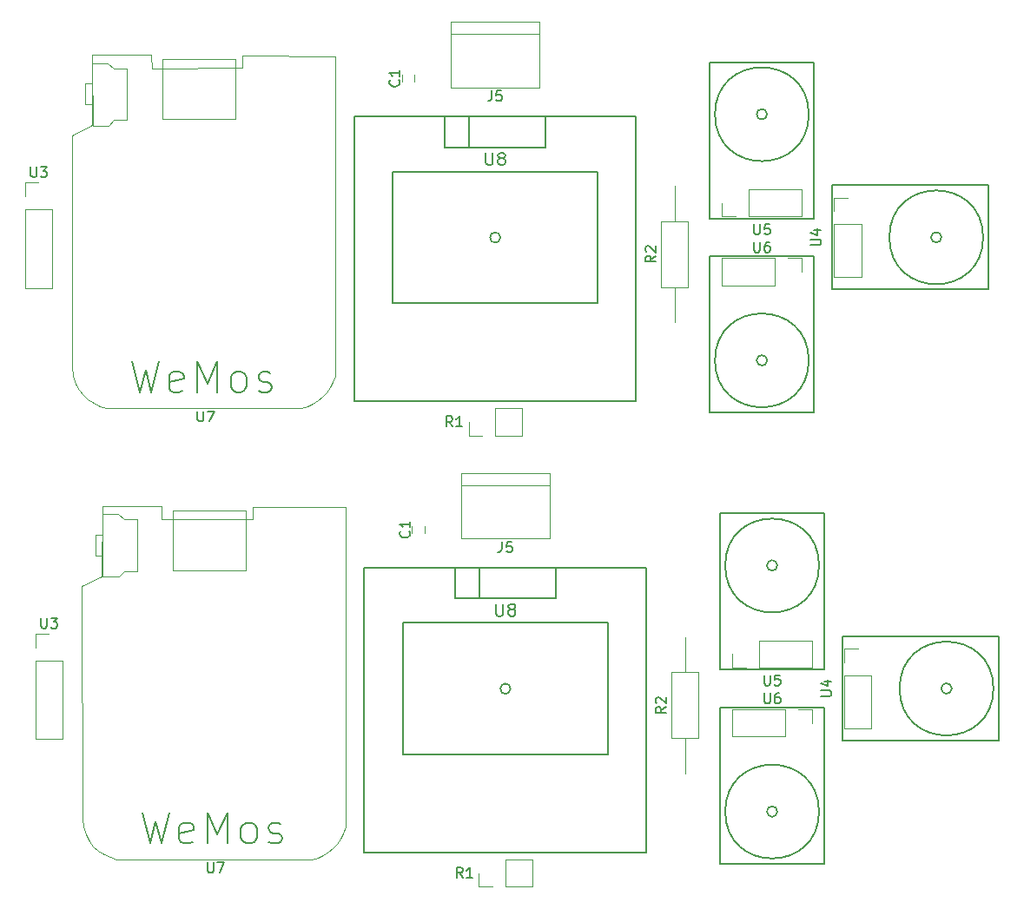
<source format=gto>
%MOIN*%
%OFA0B0*%
%FSLAX46Y46*%
%IPPOS*%
%LPD*%
%ADD10C,0.0039370078740157488*%
%ADD11C,0.0047244094488188976*%
%ADD12C,0.005905511811023622*%
%ADD23C,0.0039370078740157488*%
%ADD24C,0.0047244094488188976*%
%ADD25C,0.005905511811023622*%
%LPD*%
G01*
D10*
D11*
X0001570866Y0003194881D02*
X0001570866Y0003222440D01*
X0001618110Y0003222440D02*
X0001618110Y0003194881D01*
X0002100393Y0003426377D02*
X0001757874Y0003426377D01*
X0002100393Y0003174015D02*
X0001757874Y0003174015D01*
X0001757874Y0003174015D02*
X0001757874Y0003426377D01*
X0001757874Y0003377952D02*
X0002100393Y0003377952D01*
X0002100393Y0003426377D02*
X0002100393Y0003174015D01*
X0002032283Y0001837401D02*
X0002032283Y0001942125D01*
X0001929921Y0001837401D02*
X0002032283Y0001837401D01*
X0001929921Y0001942125D02*
X0002032283Y0001942125D01*
X0001929921Y0001837401D02*
X0001929921Y0001942125D01*
X0001879921Y0001837401D02*
X0001827559Y0001837401D01*
X0001827559Y0001837401D02*
X0001827559Y0001889763D01*
X0002566535Y0002407874D02*
X0002669685Y0002407874D01*
X0002669685Y0002407874D02*
X0002669685Y0002660629D01*
X0002669685Y0002660629D02*
X0002566535Y0002660629D01*
X0002566535Y0002660629D02*
X0002566535Y0002407874D01*
X0002618110Y0002272834D02*
X0002618110Y0002407874D01*
X0002618110Y0002795669D02*
X0002618110Y0002660629D01*
X0000124803Y0002403543D02*
X0000229527Y0002403543D01*
X0000124803Y0002705905D02*
X0000124803Y0002403543D01*
X0000229527Y0002705905D02*
X0000229527Y0002403543D01*
X0000124803Y0002705905D02*
X0000229527Y0002705905D01*
X0000124803Y0002755905D02*
X0000124803Y0002808267D01*
X0000124803Y0002808267D02*
X0000177165Y0002808267D01*
D12*
X0003642047Y0002598425D02*
G75*
G03X0003642047Y0002598425I-0000020000D01*
G01*
X0003802047Y0002598425D02*
G75*
G03X0003802047Y0002598425I-0000180000D01*
G01*
X0003222047Y0002598425D02*
X0003222047Y0002398425D01*
X0003222047Y0002398425D02*
X0003822047Y0002398425D01*
X0003822047Y0002398425D02*
X0003822047Y0002798425D01*
X0003822047Y0002798425D02*
X0003222047Y0002798425D01*
X0003222047Y0002598425D02*
X0003222047Y0002798425D01*
D11*
X0003229685Y0002446062D02*
X0003334409Y0002446062D01*
X0003229685Y0002648425D02*
X0003229685Y0002446062D01*
X0003334409Y0002648425D02*
X0003334409Y0002446062D01*
X0003229685Y0002648425D02*
X0003334409Y0002648425D01*
X0003229685Y0002698425D02*
X0003229685Y0002750787D01*
X0003229685Y0002750787D02*
X0003282047Y0002750787D01*
D12*
X0002972755Y0003070866D02*
G75*
G03X0002972755Y0003070866I-0000020000D01*
G01*
X0003132755Y0003070866D02*
G75*
G03X0003132755Y0003070866I-0000180000D01*
G01*
X0002952755Y0002670866D02*
X0003152755Y0002670866D01*
X0003152755Y0002670866D02*
X0003152755Y0003270866D01*
X0003152755Y0003270866D02*
X0002752755Y0003270866D01*
X0002752755Y0003270866D02*
X0002752755Y0002670866D01*
X0002952755Y0002670866D02*
X0002752755Y0002670866D01*
D11*
X0003105118Y0002678503D02*
X0003105118Y0002783228D01*
X0002902755Y0002678503D02*
X0003105118Y0002678503D01*
X0002902755Y0002783228D02*
X0003105118Y0002783228D01*
X0002902755Y0002678503D02*
X0002902755Y0002783228D01*
X0002852755Y0002678503D02*
X0002800393Y0002678503D01*
X0002800393Y0002678503D02*
X0002800393Y0002730866D01*
D12*
X0002972755Y0002125984D02*
G75*
G03X0002972755Y0002125984I-0000020000D01*
G01*
X0003132755Y0002125984D02*
G75*
G03X0003132755Y0002125984I-0000180000D01*
G01*
X0002952755Y0002525984D02*
X0002752755Y0002525984D01*
X0002752755Y0002525984D02*
X0002752755Y0001925984D01*
X0002752755Y0001925984D02*
X0003152755Y0001925984D01*
X0003152755Y0001925984D02*
X0003152755Y0002525984D01*
X0002952755Y0002525984D02*
X0003152755Y0002525984D01*
D11*
X0002800393Y0002518346D02*
X0002800393Y0002413622D01*
X0003002755Y0002518346D02*
X0002800393Y0002518346D01*
X0003002755Y0002413622D02*
X0002800393Y0002413622D01*
X0003002755Y0002518346D02*
X0003002755Y0002413622D01*
X0003052755Y0002518346D02*
X0003105118Y0002518346D01*
X0003105118Y0002518346D02*
X0003105118Y0002465984D01*
D10*
X0000381201Y0003298316D02*
X0000609992Y0003298316D01*
X0000609992Y0003298316D02*
X0000611029Y0003247787D01*
X0000611029Y0003247787D02*
X0000958715Y0003248050D01*
X0000958715Y0003248050D02*
X0000958637Y0003295383D01*
X0000958637Y0003295383D02*
X0001316149Y0003294356D01*
X0001316149Y0003294356D02*
X0001315598Y0002067185D01*
X0001315598Y0002067185D02*
X0001306432Y0002043453D01*
X0001306432Y0002043453D02*
X0001295271Y0002022001D01*
X0001295271Y0002022001D02*
X0001282096Y0002002851D01*
X0001282096Y0002002851D02*
X0001266887Y0001986025D01*
X0001266887Y0001986025D02*
X0001249626Y0001971545D01*
X0001249626Y0001971545D02*
X0001230292Y0001959433D01*
X0001230292Y0001959433D02*
X0001208868Y0001949712D01*
X0001208868Y0001949712D02*
X0001185332Y0001942402D01*
X0001185332Y0001942402D02*
X0000435808Y0001941270D01*
X0000435808Y0001941270D02*
X0000411424Y0001950482D01*
X0000411424Y0001950482D02*
X0000388267Y0001961682D01*
X0000388267Y0001961682D02*
X0000366872Y0001975443D01*
X0000366872Y0001975443D02*
X0000347775Y0001992336D01*
X0000347775Y0001992336D02*
X0000331512Y0002012934D01*
X0000331512Y0002012934D02*
X0000318617Y0002037810D01*
X0000318617Y0002037810D02*
X0000309626Y0002067536D01*
X0000309626Y0002067536D02*
X0000305075Y0002102684D01*
X0000305075Y0002102684D02*
X0000304093Y0002990680D01*
X0000304093Y0002990680D02*
X0000380611Y0003028511D01*
X0000380611Y0003028511D02*
X0000381784Y0003296556D01*
X0000932269Y0003053206D02*
X0000651183Y0003053206D01*
X0000651183Y0003053206D02*
X0000651183Y0003282094D01*
X0000651183Y0003282094D02*
X0000932269Y0003282094D01*
X0000932269Y0003282094D02*
X0000932269Y0003053206D01*
X0000384110Y0003027651D02*
X0000445221Y0003027651D01*
X0000445221Y0003027651D02*
X0000466054Y0003048484D01*
X0000466054Y0003048484D02*
X0000515360Y0003048484D01*
X0000515360Y0003048484D02*
X0000515360Y0003247790D01*
X0000515360Y0003247790D02*
X0000464665Y0003247790D01*
X0000464665Y0003247790D02*
X0000443832Y0003267234D01*
X0000443832Y0003267234D02*
X0000382026Y0003267234D01*
X0000382026Y0003267234D02*
X0000384110Y0003027651D01*
X0000382721Y0003109595D02*
X0000357026Y0003109595D01*
X0000357026Y0003109595D02*
X0000357026Y0003188068D01*
X0000357026Y0003188068D02*
X0000381332Y0003188068D01*
D12*
X0002322834Y0002851062D02*
X0002322834Y0002344606D01*
X0001535433Y0002851062D02*
X0001535433Y0002344606D01*
X0001948818Y0002597834D02*
G75*
G03X0001948818Y0002597834I-0000019685D01*
G01*
X0001535433Y0002344606D02*
X0002322834Y0002344606D01*
X0001535433Y0002851062D02*
X0002322834Y0002851062D01*
X0002109133Y0003063425D02*
X0001929133Y0003063425D01*
X0001929133Y0003063425D02*
X0001387795Y0003063425D01*
X0001387795Y0003063425D02*
X0001387795Y0001967992D01*
X0001387795Y0001967992D02*
X0002470472Y0001967992D01*
X0002470472Y0001967992D02*
X0002470472Y0003063425D01*
X0002470472Y0003063425D02*
X0002109133Y0003063425D01*
X0001735826Y0003062480D02*
X0002122440Y0003062480D01*
X0002122440Y0003062480D02*
X0002122440Y0002944370D01*
X0002122440Y0002944370D02*
X0001735826Y0002944370D01*
X0001735826Y0002944370D02*
X0001735826Y0003062480D01*
X0001829133Y0003062480D02*
X0001829133Y0002944370D01*
X0001559336Y0003202099D02*
X0001561211Y0003200225D01*
X0001563085Y0003194600D01*
X0001563085Y0003190851D01*
X0001561211Y0003185226D01*
X0001557461Y0003181477D01*
X0001553712Y0003179602D01*
X0001546212Y0003177727D01*
X0001540588Y0003177727D01*
X0001533089Y0003179602D01*
X0001529340Y0003181477D01*
X0001525590Y0003185226D01*
X0001523715Y0003190851D01*
X0001523715Y0003194600D01*
X0001525590Y0003200225D01*
X0001527465Y0003202099D01*
X0001563085Y0003239595D02*
X0001563085Y0003217097D01*
X0001563085Y0003228346D02*
X0001523715Y0003228346D01*
X0001529340Y0003224596D01*
X0001533089Y0003220847D01*
X0001534964Y0003217097D01*
X0001916010Y0003161717D02*
X0001916010Y0003133595D01*
X0001914135Y0003127971D01*
X0001910386Y0003124221D01*
X0001904761Y0003122347D01*
X0001901012Y0003122347D01*
X0001953505Y0003161717D02*
X0001934758Y0003161717D01*
X0001932883Y0003142969D01*
X0001934758Y0003144844D01*
X0001938507Y0003146719D01*
X0001947881Y0003146719D01*
X0001951631Y0003144844D01*
X0001953505Y0003142969D01*
X0001955380Y0003139220D01*
X0001955380Y0003129846D01*
X0001953505Y0003126096D01*
X0001951631Y0003124221D01*
X0001947881Y0003122347D01*
X0001938507Y0003122347D01*
X0001934758Y0003124221D01*
X0001932883Y0003126096D01*
X0001765091Y0001871953D02*
X0001751968Y0001890701D01*
X0001742594Y0001871953D02*
X0001742594Y0001911323D01*
X0001757592Y0001911323D01*
X0001761342Y0001909448D01*
X0001763217Y0001907574D01*
X0001765091Y0001903824D01*
X0001765091Y0001898200D01*
X0001763217Y0001894450D01*
X0001761342Y0001892575D01*
X0001757592Y0001890701D01*
X0001742594Y0001890701D01*
X0001802587Y0001871953D02*
X0001780090Y0001871953D01*
X0001791338Y0001871953D02*
X0001791338Y0001911323D01*
X0001787589Y0001905699D01*
X0001783839Y0001901949D01*
X0001780090Y0001900075D01*
X0002544975Y0002527690D02*
X0002526227Y0002514566D01*
X0002544975Y0002505193D02*
X0002505605Y0002505193D01*
X0002505605Y0002520191D01*
X0002507480Y0002523940D01*
X0002509355Y0002525815D01*
X0002513104Y0002527690D01*
X0002518728Y0002527690D01*
X0002522478Y0002525815D01*
X0002524353Y0002523940D01*
X0002526227Y0002520191D01*
X0002526227Y0002505193D01*
X0002509355Y0002542688D02*
X0002507480Y0002544563D01*
X0002505605Y0002548312D01*
X0002505605Y0002557686D01*
X0002507480Y0002561436D01*
X0002509355Y0002563310D01*
X0002513104Y0002565185D01*
X0002516854Y0002565185D01*
X0002522478Y0002563310D01*
X0002544975Y0002540813D01*
X0002544975Y0002565185D01*
X0000147169Y0002869197D02*
X0000147169Y0002837326D01*
X0000149043Y0002833577D01*
X0000150918Y0002831702D01*
X0000154668Y0002829827D01*
X0000162167Y0002829827D01*
X0000165916Y0002831702D01*
X0000167791Y0002833577D01*
X0000169666Y0002837326D01*
X0000169666Y0002869197D01*
X0000184664Y0002869197D02*
X0000209036Y0002869197D01*
X0000195912Y0002854199D01*
X0000201537Y0002854199D01*
X0000205286Y0002852324D01*
X0000207161Y0002850449D01*
X0000209036Y0002846700D01*
X0000209036Y0002837326D01*
X0000207161Y0002833577D01*
X0000205286Y0002831702D01*
X0000201537Y0002829827D01*
X0000190288Y0002829827D01*
X0000186539Y0002831702D01*
X0000184664Y0002833577D01*
X0003140487Y0002568428D02*
X0003172358Y0002568428D01*
X0003176107Y0002570303D01*
X0003177982Y0002572178D01*
X0003179857Y0002575927D01*
X0003179857Y0002583427D01*
X0003177982Y0002587176D01*
X0003176107Y0002589051D01*
X0003172358Y0002590926D01*
X0003140487Y0002590926D01*
X0003153610Y0002626546D02*
X0003179857Y0002626546D01*
X0003138612Y0002617172D02*
X0003166734Y0002607799D01*
X0003166734Y0002632170D01*
X0002922759Y0002649512D02*
X0002922759Y0002617641D01*
X0002924634Y0002613891D01*
X0002926509Y0002612017D01*
X0002930258Y0002610142D01*
X0002937757Y0002610142D01*
X0002941507Y0002612017D01*
X0002943382Y0002613891D01*
X0002945256Y0002617641D01*
X0002945256Y0002649512D01*
X0002982752Y0002649512D02*
X0002964004Y0002649512D01*
X0002962129Y0002630764D01*
X0002964004Y0002632639D01*
X0002967754Y0002634514D01*
X0002977127Y0002634514D01*
X0002980877Y0002632639D01*
X0002982752Y0002630764D01*
X0002984626Y0002627015D01*
X0002984626Y0002617641D01*
X0002982752Y0002613891D01*
X0002980877Y0002612017D01*
X0002977127Y0002610142D01*
X0002967754Y0002610142D01*
X0002964004Y0002612017D01*
X0002962129Y0002613891D01*
X0002922759Y0002580614D02*
X0002922759Y0002548743D01*
X0002924634Y0002544994D01*
X0002926509Y0002543119D01*
X0002930258Y0002541244D01*
X0002937757Y0002541244D01*
X0002941507Y0002543119D01*
X0002943382Y0002544994D01*
X0002945256Y0002548743D01*
X0002945256Y0002580614D01*
X0002980877Y0002580614D02*
X0002973378Y0002580614D01*
X0002969628Y0002578740D01*
X0002967754Y0002576865D01*
X0002964004Y0002571241D01*
X0002962129Y0002563742D01*
X0002962129Y0002548743D01*
X0002964004Y0002544994D01*
X0002965879Y0002543119D01*
X0002969628Y0002541244D01*
X0002977127Y0002541244D01*
X0002980877Y0002543119D01*
X0002982752Y0002544994D01*
X0002984626Y0002548743D01*
X0002984626Y0002558117D01*
X0002982752Y0002561867D01*
X0002980877Y0002563742D01*
X0002977127Y0002565616D01*
X0002969628Y0002565616D01*
X0002965879Y0002563742D01*
X0002964004Y0002561867D01*
X0002962129Y0002558117D01*
X0000786932Y0001931008D02*
X0000786932Y0001899137D01*
X0000788807Y0001895388D01*
X0000790682Y0001893513D01*
X0000794431Y0001891638D01*
X0000801931Y0001891638D01*
X0000805680Y0001893513D01*
X0000807555Y0001895388D01*
X0000809430Y0001899137D01*
X0000809430Y0001931008D01*
X0000824428Y0001931008D02*
X0000850674Y0001931008D01*
X0000833802Y0001891638D01*
X0000537120Y0002122159D02*
X0000565241Y0002004049D01*
X0000587739Y0002088413D01*
X0000610236Y0002004049D01*
X0000638357Y0002122159D01*
X0000728346Y0002009673D02*
X0000717097Y0002004049D01*
X0000694600Y0002004049D01*
X0000683352Y0002009673D01*
X0000677727Y0002020922D01*
X0000677727Y0002065916D01*
X0000683352Y0002077165D01*
X0000694600Y0002082789D01*
X0000717097Y0002082789D01*
X0000728346Y0002077165D01*
X0000733970Y0002065916D01*
X0000733970Y0002054668D01*
X0000677727Y0002043419D01*
X0000784589Y0002004049D02*
X0000784589Y0002122159D01*
X0000823959Y0002037795D01*
X0000863329Y0002122159D01*
X0000863329Y0002004049D01*
X0000936445Y0002004049D02*
X0000925196Y0002009673D01*
X0000919572Y0002015298D01*
X0000913948Y0002026546D01*
X0000913948Y0002060292D01*
X0000919572Y0002071541D01*
X0000925196Y0002077165D01*
X0000936445Y0002082789D01*
X0000953318Y0002082789D01*
X0000964566Y0002077165D01*
X0000970191Y0002071541D01*
X0000975815Y0002060292D01*
X0000975815Y0002026546D01*
X0000970191Y0002015298D01*
X0000964566Y0002009673D01*
X0000953318Y0002004049D01*
X0000936445Y0002004049D01*
X0001020809Y0002009673D02*
X0001032058Y0002004049D01*
X0001054555Y0002004049D01*
X0001065804Y0002009673D01*
X0001071428Y0002020922D01*
X0001071428Y0002026546D01*
X0001065804Y0002037795D01*
X0001054555Y0002043419D01*
X0001037682Y0002043419D01*
X0001026434Y0002049043D01*
X0001020809Y0002060292D01*
X0001020809Y0002065916D01*
X0001026434Y0002077165D01*
X0001037682Y0002082789D01*
X0001054555Y0002082789D01*
X0001065804Y0002077165D01*
X0001893138Y0002922997D02*
X0001893138Y0002884752D01*
X0001895388Y0002880253D01*
X0001897637Y0002878003D01*
X0001902137Y0002875753D01*
X0001911136Y0002875753D01*
X0001915635Y0002878003D01*
X0001917885Y0002880253D01*
X0001920135Y0002884752D01*
X0001920135Y0002922997D01*
X0001949381Y0002902750D02*
X0001944881Y0002905000D01*
X0001942632Y0002907249D01*
X0001940382Y0002911749D01*
X0001940382Y0002913998D01*
X0001942632Y0002918498D01*
X0001944881Y0002920748D01*
X0001949381Y0002922997D01*
X0001958380Y0002922997D01*
X0001962879Y0002920748D01*
X0001965129Y0002918498D01*
X0001967379Y0002913998D01*
X0001967379Y0002911749D01*
X0001965129Y0002907249D01*
X0001962879Y0002905000D01*
X0001958380Y0002902750D01*
X0001949381Y0002902750D01*
X0001944881Y0002900500D01*
X0001942632Y0002898250D01*
X0001940382Y0002893751D01*
X0001940382Y0002884752D01*
X0001942632Y0002880253D01*
X0001944881Y0002878003D01*
X0001949381Y0002875753D01*
X0001958380Y0002875753D01*
X0001962879Y0002878003D01*
X0001965129Y0002880253D01*
X0001967379Y0002884752D01*
X0001967379Y0002893751D01*
X0001965129Y0002898250D01*
X0001962879Y0002900500D01*
X0001958380Y0002902750D01*
G04 next file*
%LPD*%
G04 #@! TF.FileFunction,Legend,Top*
G04 Gerber Fmt 4.6, Leading zero omitted, Abs format (unit mm)*
G04 Created by KiCad (PCBNEW 4.0.7) date 08/13/18 20:02:33*
G01*
G04 APERTURE LIST*
G04 APERTURE END LIST*
D23*
D24*
X0001610236Y0001462598D02*
X0001610236Y0001490157D01*
X0001657480Y0001490157D02*
X0001657480Y0001462598D01*
X0002139763Y0001694094D02*
X0001797244Y0001694094D01*
X0002139763Y0001441732D02*
X0001797244Y0001441732D01*
X0001797244Y0001441732D02*
X0001797244Y0001694094D01*
X0001797244Y0001645669D02*
X0002139763Y0001645669D01*
X0002139763Y0001694094D02*
X0002139763Y0001441732D01*
X0002071653Y0000105118D02*
X0002071653Y0000209842D01*
X0001969291Y0000105118D02*
X0002071653Y0000105118D01*
X0001969291Y0000209842D02*
X0002071653Y0000209842D01*
X0001969291Y0000105118D02*
X0001969291Y0000209842D01*
X0001919291Y0000105118D02*
X0001866929Y0000105118D01*
X0001866929Y0000105118D02*
X0001866929Y0000157480D01*
X0002605905Y0000675590D02*
X0002709055Y0000675590D01*
X0002709055Y0000675590D02*
X0002709055Y0000928346D01*
X0002709055Y0000928346D02*
X0002605905Y0000928346D01*
X0002605905Y0000928346D02*
X0002605905Y0000675590D01*
X0002657480Y0000540551D02*
X0002657480Y0000675590D01*
X0002657480Y0001063385D02*
X0002657480Y0000928346D01*
X0000164173Y0000671259D02*
X0000268897Y0000671259D01*
X0000164173Y0000973622D02*
X0000164173Y0000671259D01*
X0000268897Y0000973622D02*
X0000268897Y0000671259D01*
X0000164173Y0000973622D02*
X0000268897Y0000973622D01*
X0000164173Y0001023622D02*
X0000164173Y0001075984D01*
X0000164173Y0001075984D02*
X0000216535Y0001075984D01*
D25*
X0003681417Y0000866141D02*
G75*
G03X0003681417Y0000866141I-0000020000D01*
G01*
X0003841417Y0000866141D02*
G75*
G03X0003841417Y0000866141I-0000180000D01*
G01*
X0003261417Y0000866141D02*
X0003261417Y0000666141D01*
X0003261417Y0000666141D02*
X0003861417Y0000666141D01*
X0003861417Y0000666141D02*
X0003861417Y0001066141D01*
X0003861417Y0001066141D02*
X0003261417Y0001066141D01*
X0003261417Y0000866141D02*
X0003261417Y0001066141D01*
D24*
X0003269055Y0000713779D02*
X0003373779Y0000713779D01*
X0003269055Y0000916141D02*
X0003269055Y0000713779D01*
X0003373779Y0000916141D02*
X0003373779Y0000713779D01*
X0003269055Y0000916141D02*
X0003373779Y0000916141D01*
X0003269055Y0000966141D02*
X0003269055Y0001018503D01*
X0003269055Y0001018503D02*
X0003321417Y0001018503D01*
D25*
X0003012125Y0001338582D02*
G75*
G03X0003012125Y0001338582I-0000020000D01*
G01*
X0003172125Y0001338582D02*
G75*
G03X0003172125Y0001338582I-0000180000D01*
G01*
X0002992125Y0000938582D02*
X0003192125Y0000938582D01*
X0003192125Y0000938582D02*
X0003192125Y0001538582D01*
X0003192125Y0001538582D02*
X0002792125Y0001538582D01*
X0002792125Y0001538582D02*
X0002792125Y0000938582D01*
X0002992125Y0000938582D02*
X0002792125Y0000938582D01*
D24*
X0003144488Y0000946220D02*
X0003144488Y0001050944D01*
X0002942125Y0000946220D02*
X0003144488Y0000946220D01*
X0002942125Y0001050944D02*
X0003144488Y0001050944D01*
X0002942125Y0000946220D02*
X0002942125Y0001050944D01*
X0002892125Y0000946220D02*
X0002839763Y0000946220D01*
X0002839763Y0000946220D02*
X0002839763Y0000998582D01*
D25*
X0003012125Y0000393700D02*
G75*
G03X0003012125Y0000393700I-0000020000D01*
G01*
X0003172125Y0000393700D02*
G75*
G03X0003172125Y0000393700I-0000180000D01*
G01*
X0002992125Y0000793700D02*
X0002792125Y0000793700D01*
X0002792125Y0000793700D02*
X0002792125Y0000193700D01*
X0002792125Y0000193700D02*
X0003192125Y0000193700D01*
X0003192125Y0000193700D02*
X0003192125Y0000793700D01*
X0002992125Y0000793700D02*
X0003192125Y0000793700D01*
D24*
X0002839763Y0000786062D02*
X0002839763Y0000681338D01*
X0003042125Y0000786062D02*
X0002839763Y0000786062D01*
X0003042125Y0000681338D02*
X0002839763Y0000681338D01*
X0003042125Y0000786062D02*
X0003042125Y0000681338D01*
X0003092125Y0000786062D02*
X0003144488Y0000786062D01*
X0003144488Y0000786062D02*
X0003144488Y0000733700D01*
D23*
X0000420571Y0001566032D02*
X0000649362Y0001566032D01*
X0000649362Y0001566032D02*
X0000650399Y0001515503D01*
X0000650399Y0001515503D02*
X0000998085Y0001515767D01*
X0000998085Y0001515767D02*
X0000998007Y0001563099D01*
X0000998007Y0001563099D02*
X0001355519Y0001562073D01*
X0001355519Y0001562073D02*
X0001354968Y0000334901D01*
X0001354968Y0000334901D02*
X0001345802Y0000311169D01*
X0001345802Y0000311169D02*
X0001334641Y0000289717D01*
X0001334641Y0000289717D02*
X0001321466Y0000270567D01*
X0001321466Y0000270567D02*
X0001306257Y0000253742D01*
X0001306257Y0000253742D02*
X0001288996Y0000239262D01*
X0001288996Y0000239262D02*
X0001269662Y0000227150D01*
X0001269662Y0000227150D02*
X0001248238Y0000217428D01*
X0001248238Y0000217428D02*
X0001224702Y0000210119D01*
X0001224702Y0000210119D02*
X0000475178Y0000208986D01*
X0000475178Y0000208986D02*
X0000450794Y0000218199D01*
X0000450794Y0000218199D02*
X0000427637Y0000229399D01*
X0000427637Y0000229399D02*
X0000406242Y0000243159D01*
X0000406242Y0000243159D02*
X0000387145Y0000260052D01*
X0000387145Y0000260052D02*
X0000370882Y0000280651D01*
X0000370882Y0000280651D02*
X0000357987Y0000305527D01*
X0000357987Y0000305527D02*
X0000348996Y0000335252D01*
X0000348996Y0000335252D02*
X0000344445Y0000370401D01*
X0000344445Y0000370401D02*
X0000343463Y0001258397D01*
X0000343463Y0001258397D02*
X0000419981Y0001296227D01*
X0000419981Y0001296227D02*
X0000421154Y0001564272D01*
X0000971639Y0001320923D02*
X0000690553Y0001320923D01*
X0000690553Y0001320923D02*
X0000690553Y0001549810D01*
X0000690553Y0001549810D02*
X0000971639Y0001549810D01*
X0000971639Y0001549810D02*
X0000971639Y0001320923D01*
X0000423480Y0001295368D02*
X0000484591Y0001295368D01*
X0000484591Y0001295368D02*
X0000505424Y0001316201D01*
X0000505424Y0001316201D02*
X0000554730Y0001316201D01*
X0000554730Y0001316201D02*
X0000554730Y0001515506D01*
X0000554730Y0001515506D02*
X0000504035Y0001515506D01*
X0000504035Y0001515506D02*
X0000483202Y0001534951D01*
X0000483202Y0001534951D02*
X0000421396Y0001534951D01*
X0000421396Y0001534951D02*
X0000423480Y0001295368D01*
X0000422091Y0001377312D02*
X0000396396Y0001377312D01*
X0000396396Y0001377312D02*
X0000396396Y0001455784D01*
X0000396396Y0001455784D02*
X0000420702Y0001455784D01*
D25*
X0002362204Y0001118779D02*
X0002362204Y0000612322D01*
X0001574803Y0001118779D02*
X0001574803Y0000612322D01*
X0001988188Y0000865551D02*
G75*
G03X0001988188Y0000865551I-0000019685D01*
G01*
X0001574803Y0000612322D02*
X0002362204Y0000612322D01*
X0001574803Y0001118779D02*
X0002362204Y0001118779D01*
X0002148503Y0001331141D02*
X0001968503Y0001331141D01*
X0001968503Y0001331141D02*
X0001427165Y0001331141D01*
X0001427165Y0001331141D02*
X0001427165Y0000235708D01*
X0001427165Y0000235708D02*
X0002509842Y0000235708D01*
X0002509842Y0000235708D02*
X0002509842Y0001331141D01*
X0002509842Y0001331141D02*
X0002148503Y0001331141D01*
X0001775196Y0001330196D02*
X0002161811Y0001330196D01*
X0002161811Y0001330196D02*
X0002161811Y0001212086D01*
X0002161811Y0001212086D02*
X0001775196Y0001212086D01*
X0001775196Y0001212086D02*
X0001775196Y0001330196D01*
X0001868503Y0001330196D02*
X0001868503Y0001212086D01*
X0001598706Y0001469816D02*
X0001600581Y0001467941D01*
X0001602455Y0001462317D01*
X0001602455Y0001458567D01*
X0001600581Y0001452943D01*
X0001596831Y0001449193D01*
X0001593082Y0001447319D01*
X0001585583Y0001445444D01*
X0001579958Y0001445444D01*
X0001572459Y0001447319D01*
X0001568710Y0001449193D01*
X0001564960Y0001452943D01*
X0001563085Y0001458567D01*
X0001563085Y0001462317D01*
X0001564960Y0001467941D01*
X0001566835Y0001469816D01*
X0001602455Y0001507311D02*
X0001602455Y0001484814D01*
X0001602455Y0001496062D02*
X0001563085Y0001496062D01*
X0001568710Y0001492313D01*
X0001572459Y0001488563D01*
X0001574334Y0001484814D01*
X0001955380Y0001429433D02*
X0001955380Y0001401312D01*
X0001953505Y0001395688D01*
X0001949756Y0001391938D01*
X0001944131Y0001390063D01*
X0001940382Y0001390063D01*
X0001992875Y0001429433D02*
X0001974128Y0001429433D01*
X0001972253Y0001410686D01*
X0001974128Y0001412560D01*
X0001977877Y0001414435D01*
X0001987251Y0001414435D01*
X0001991001Y0001412560D01*
X0001992875Y0001410686D01*
X0001994750Y0001406936D01*
X0001994750Y0001397562D01*
X0001992875Y0001393813D01*
X0001991001Y0001391938D01*
X0001987251Y0001390063D01*
X0001977877Y0001390063D01*
X0001974128Y0001391938D01*
X0001972253Y0001393813D01*
X0001804461Y0000139670D02*
X0001791338Y0000158417D01*
X0001781964Y0000139670D02*
X0001781964Y0000179040D01*
X0001796962Y0000179040D01*
X0001800712Y0000177165D01*
X0001802587Y0000175290D01*
X0001804461Y0000171541D01*
X0001804461Y0000165916D01*
X0001802587Y0000162167D01*
X0001800712Y0000160292D01*
X0001796962Y0000158417D01*
X0001781964Y0000158417D01*
X0001841957Y0000139670D02*
X0001819460Y0000139670D01*
X0001830708Y0000139670D02*
X0001830708Y0000179040D01*
X0001826959Y0000173415D01*
X0001823209Y0000169666D01*
X0001819460Y0000167791D01*
X0002584345Y0000795406D02*
X0002565598Y0000782283D01*
X0002584345Y0000772909D02*
X0002544975Y0000772909D01*
X0002544975Y0000787907D01*
X0002546850Y0000791657D01*
X0002548725Y0000793532D01*
X0002552474Y0000795406D01*
X0002558098Y0000795406D01*
X0002561848Y0000793532D01*
X0002563723Y0000791657D01*
X0002565598Y0000787907D01*
X0002565598Y0000772909D01*
X0002548725Y0000810404D02*
X0002546850Y0000812279D01*
X0002544975Y0000816029D01*
X0002544975Y0000825403D01*
X0002546850Y0000829152D01*
X0002548725Y0000831027D01*
X0002552474Y0000832902D01*
X0002556224Y0000832902D01*
X0002561848Y0000831027D01*
X0002584345Y0000808530D01*
X0002584345Y0000832902D01*
X0000186539Y0001136914D02*
X0000186539Y0001105043D01*
X0000188413Y0001101293D01*
X0000190288Y0001099418D01*
X0000194038Y0001097544D01*
X0000201537Y0001097544D01*
X0000205286Y0001099418D01*
X0000207161Y0001101293D01*
X0000209036Y0001105043D01*
X0000209036Y0001136914D01*
X0000224034Y0001136914D02*
X0000248406Y0001136914D01*
X0000235283Y0001121916D01*
X0000240907Y0001121916D01*
X0000244656Y0001120041D01*
X0000246531Y0001118166D01*
X0000248406Y0001114416D01*
X0000248406Y0001105043D01*
X0000246531Y0001101293D01*
X0000244656Y0001099418D01*
X0000240907Y0001097544D01*
X0000229658Y0001097544D01*
X0000225909Y0001099418D01*
X0000224034Y0001101293D01*
X0003179857Y0000836145D02*
X0003211728Y0000836145D01*
X0003215478Y0000838020D01*
X0003217352Y0000839895D01*
X0003219227Y0000843644D01*
X0003219227Y0000851143D01*
X0003217352Y0000854893D01*
X0003215478Y0000856767D01*
X0003211728Y0000858642D01*
X0003179857Y0000858642D01*
X0003192980Y0000894263D02*
X0003219227Y0000894263D01*
X0003177982Y0000884889D02*
X0003206104Y0000875515D01*
X0003206104Y0000899887D01*
X0002962129Y0000917229D02*
X0002962129Y0000885358D01*
X0002964004Y0000881608D01*
X0002965879Y0000879733D01*
X0002969628Y0000877859D01*
X0002977127Y0000877859D01*
X0002980877Y0000879733D01*
X0002982752Y0000881608D01*
X0002984626Y0000885358D01*
X0002984626Y0000917229D01*
X0003022122Y0000917229D02*
X0003003374Y0000917229D01*
X0003001499Y0000898481D01*
X0003003374Y0000900356D01*
X0003007124Y0000902230D01*
X0003016497Y0000902230D01*
X0003020247Y0000900356D01*
X0003022122Y0000898481D01*
X0003023997Y0000894731D01*
X0003023997Y0000885358D01*
X0003022122Y0000881608D01*
X0003020247Y0000879733D01*
X0003016497Y0000877859D01*
X0003007124Y0000877859D01*
X0003003374Y0000879733D01*
X0003001499Y0000881608D01*
X0002962129Y0000848331D02*
X0002962129Y0000816460D01*
X0002964004Y0000812710D01*
X0002965879Y0000810836D01*
X0002969628Y0000808961D01*
X0002977127Y0000808961D01*
X0002980877Y0000810836D01*
X0002982752Y0000812710D01*
X0002984626Y0000816460D01*
X0002984626Y0000848331D01*
X0003020247Y0000848331D02*
X0003012748Y0000848331D01*
X0003008998Y0000846456D01*
X0003007124Y0000844581D01*
X0003003374Y0000838957D01*
X0003001499Y0000831458D01*
X0003001499Y0000816460D01*
X0003003374Y0000812710D01*
X0003005249Y0000810836D01*
X0003008998Y0000808961D01*
X0003016497Y0000808961D01*
X0003020247Y0000810836D01*
X0003022122Y0000812710D01*
X0003023997Y0000816460D01*
X0003023997Y0000825834D01*
X0003022122Y0000829583D01*
X0003020247Y0000831458D01*
X0003016497Y0000833333D01*
X0003008998Y0000833333D01*
X0003005249Y0000831458D01*
X0003003374Y0000829583D01*
X0003001499Y0000825834D01*
X0000826302Y0000198725D02*
X0000826302Y0000166854D01*
X0000828177Y0000163104D01*
X0000830052Y0000161229D01*
X0000833802Y0000159355D01*
X0000841301Y0000159355D01*
X0000845050Y0000161229D01*
X0000846925Y0000163104D01*
X0000848800Y0000166854D01*
X0000848800Y0000198725D01*
X0000863798Y0000198725D02*
X0000890045Y0000198725D01*
X0000873172Y0000159355D01*
X0000576490Y0000389876D02*
X0000604611Y0000271765D01*
X0000627109Y0000356130D01*
X0000649606Y0000271765D01*
X0000677727Y0000389876D01*
X0000767716Y0000277390D02*
X0000756467Y0000271765D01*
X0000733970Y0000271765D01*
X0000722722Y0000277390D01*
X0000717097Y0000288638D01*
X0000717097Y0000333633D01*
X0000722722Y0000344881D01*
X0000733970Y0000350506D01*
X0000756467Y0000350506D01*
X0000767716Y0000344881D01*
X0000773340Y0000333633D01*
X0000773340Y0000322384D01*
X0000717097Y0000311136D01*
X0000823959Y0000271765D02*
X0000823959Y0000389876D01*
X0000863329Y0000305511D01*
X0000902699Y0000389876D01*
X0000902699Y0000271765D01*
X0000975815Y0000271765D02*
X0000964566Y0000277390D01*
X0000958942Y0000283014D01*
X0000953318Y0000294263D01*
X0000953318Y0000328009D01*
X0000958942Y0000339257D01*
X0000964566Y0000344881D01*
X0000975815Y0000350506D01*
X0000992688Y0000350506D01*
X0001003937Y0000344881D01*
X0001009561Y0000339257D01*
X0001015185Y0000328009D01*
X0001015185Y0000294263D01*
X0001009561Y0000283014D01*
X0001003937Y0000277390D01*
X0000992688Y0000271765D01*
X0000975815Y0000271765D01*
X0001060180Y0000277390D02*
X0001071428Y0000271765D01*
X0001093925Y0000271765D01*
X0001105174Y0000277390D01*
X0001110798Y0000288638D01*
X0001110798Y0000294263D01*
X0001105174Y0000305511D01*
X0001093925Y0000311136D01*
X0001077052Y0000311136D01*
X0001065804Y0000316760D01*
X0001060180Y0000328009D01*
X0001060180Y0000333633D01*
X0001065804Y0000344881D01*
X0001077052Y0000350506D01*
X0001093925Y0000350506D01*
X0001105174Y0000344881D01*
X0001932508Y0001190714D02*
X0001932508Y0001152469D01*
X0001934758Y0001147969D01*
X0001937007Y0001145719D01*
X0001941507Y0001143470D01*
X0001950506Y0001143470D01*
X0001955005Y0001145719D01*
X0001957255Y0001147969D01*
X0001959505Y0001152469D01*
X0001959505Y0001190714D01*
X0001988751Y0001170466D02*
X0001984251Y0001172716D01*
X0001982002Y0001174966D01*
X0001979752Y0001179465D01*
X0001979752Y0001181715D01*
X0001982002Y0001186214D01*
X0001984251Y0001188464D01*
X0001988751Y0001190714D01*
X0001997750Y0001190714D01*
X0002002249Y0001188464D01*
X0002004499Y0001186214D01*
X0002006749Y0001181715D01*
X0002006749Y0001179465D01*
X0002004499Y0001174966D01*
X0002002249Y0001172716D01*
X0001997750Y0001170466D01*
X0001988751Y0001170466D01*
X0001984251Y0001168217D01*
X0001982002Y0001165967D01*
X0001979752Y0001161467D01*
X0001979752Y0001152469D01*
X0001982002Y0001147969D01*
X0001984251Y0001145719D01*
X0001988751Y0001143470D01*
X0001997750Y0001143470D01*
X0002002249Y0001145719D01*
X0002004499Y0001147969D01*
X0002006749Y0001152469D01*
X0002006749Y0001161467D01*
X0002004499Y0001165967D01*
X0002002249Y0001168217D01*
X0001997750Y0001170466D01*
M02*
</source>
